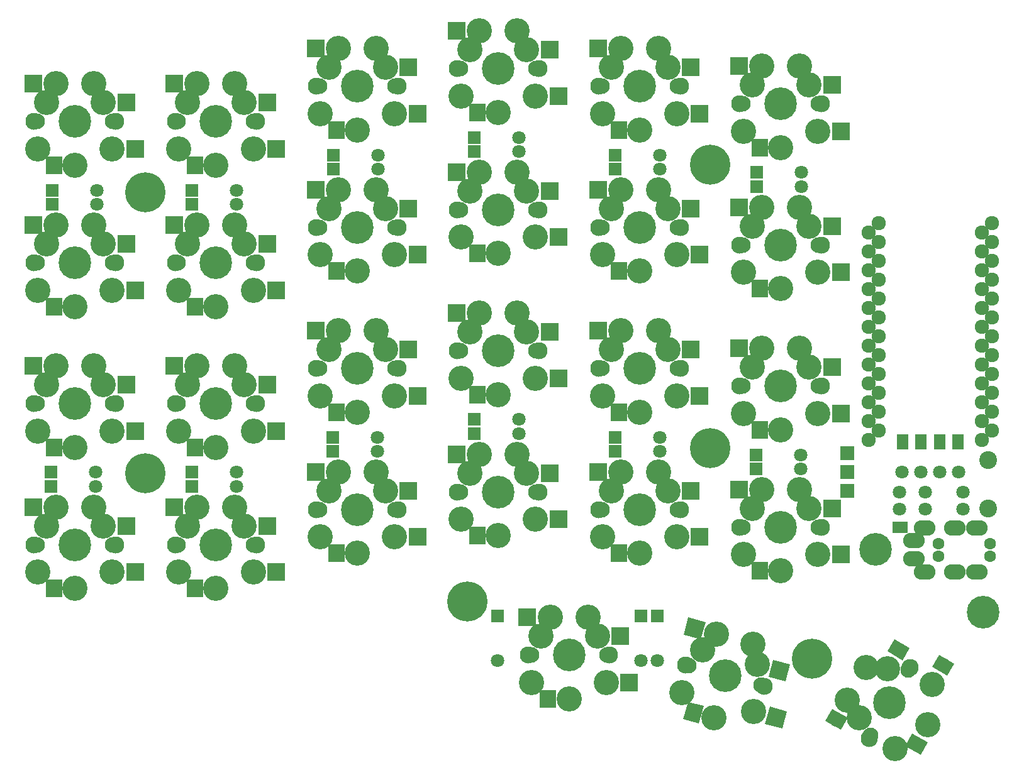
<source format=gts>
G04 #@! TF.GenerationSoftware,KiCad,Pcbnew,(5.1.0)-1*
G04 #@! TF.CreationDate,2019-05-05T14:00:57-05:00*
G04 #@! TF.ProjectId,corne-chocolate,636f726e-652d-4636-986f-636f6c617465,2.1*
G04 #@! TF.SameCoordinates,Original*
G04 #@! TF.FileFunction,Soldermask,Top*
G04 #@! TF.FilePolarity,Negative*
%FSLAX46Y46*%
G04 Gerber Fmt 4.6, Leading zero omitted, Abs format (unit mm)*
G04 Created by KiCad (PCBNEW (5.1.0)-1) date 2019-05-05 14:00:57*
%MOMM*%
%LPD*%
G04 APERTURE LIST*
%ADD10R,1.797000X1.797000*%
%ADD11C,1.797000*%
%ADD12C,4.400000*%
%ADD13R,0.800000X0.800000*%
%ADD14R,1.000000X1.543000*%
%ADD15C,3.400000*%
%ADD16C,2.100000*%
%ADD17C,2.300000*%
%ADD18C,0.500000*%
%ADD19C,1.900000*%
%ADD20C,0.100000*%
%ADD21R,2.400000X2.400000*%
%ADD22R,2.200000X2.400000*%
%ADD23C,2.400000*%
%ADD24C,2.200000*%
%ADD25C,5.400000*%
%ADD26C,1.600000*%
%ADD27O,2.900000X2.100000*%
%ADD28C,1.924000*%
%ADD29R,1.543000X1.035000*%
%ADD30R,1.924000X1.924000*%
G04 APERTURE END LIST*
D10*
X66938900Y-67411600D03*
D11*
X72938900Y-67411600D03*
D10*
X123746000Y-98247200D03*
D11*
X129746000Y-98247200D03*
D10*
X148363600Y-124750000D03*
D11*
X148363600Y-130750000D03*
D10*
X161744400Y-64973200D03*
D11*
X167744400Y-64973200D03*
D10*
X142745200Y-62636400D03*
D11*
X148745200Y-62636400D03*
D10*
X123746000Y-60248800D03*
D11*
X129746000Y-60248800D03*
D10*
X104797600Y-62636400D03*
D11*
X110797600Y-62636400D03*
D10*
X85773000Y-67360800D03*
D11*
X91773000Y-67360800D03*
D10*
X142745200Y-64516000D03*
D11*
X148745200Y-64516000D03*
D10*
X66926200Y-69265800D03*
D11*
X72926200Y-69265800D03*
D10*
X85773000Y-69227700D03*
D11*
X91773000Y-69227700D03*
D10*
X104800400Y-64516000D03*
D11*
X110800400Y-64516000D03*
D10*
X123746000Y-62128400D03*
D11*
X129746000Y-62128400D03*
D10*
X161744400Y-66852800D03*
D11*
X167744400Y-66852800D03*
D10*
X66745600Y-105359200D03*
D11*
X72745600Y-105359200D03*
D10*
X85747600Y-105359200D03*
D11*
X91747600Y-105359200D03*
D10*
X104696000Y-100634800D03*
D11*
X110696000Y-100634800D03*
D10*
X142694400Y-100634800D03*
D11*
X148694400Y-100634800D03*
D10*
X161693600Y-103022400D03*
D11*
X167693600Y-103022400D03*
D10*
X66748400Y-107238800D03*
D11*
X72748400Y-107238800D03*
D10*
X85747600Y-107238800D03*
D11*
X91747600Y-107238800D03*
D10*
X104696000Y-102514400D03*
D11*
X110696000Y-102514400D03*
D10*
X123746000Y-100126800D03*
D11*
X129746000Y-100126800D03*
D10*
X161693600Y-104902000D03*
D11*
X167693600Y-104902000D03*
D10*
X126898400Y-124708400D03*
D11*
X126898400Y-130708400D03*
D10*
X146151600Y-124750000D03*
D11*
X146151600Y-130750000D03*
D10*
X142694400Y-102514400D03*
D11*
X148694400Y-102514400D03*
D12*
X192250000Y-124250000D03*
X177750000Y-115750000D03*
D13*
X181100000Y-112800000D03*
D14*
X180600000Y-112800000D03*
X181600000Y-112800000D03*
D15*
X175562195Y-138465657D03*
D16*
X177126900Y-140835509D03*
X182206900Y-132036691D03*
D17*
X182416900Y-131672960D03*
X176916900Y-141199240D03*
D12*
X179666900Y-136436100D03*
D15*
X176537491Y-131696395D03*
D18*
X175520054Y-138458647D03*
D15*
X184776450Y-139386100D03*
X180371194Y-142616227D03*
D19*
X186871194Y-131357897D03*
D20*
G36*
X186306964Y-129935173D02*
G01*
X188385424Y-131135173D01*
X187435424Y-132780621D01*
X185356964Y-131580621D01*
X186306964Y-129935173D01*
X186306964Y-129935173D01*
G37*
D19*
X183276450Y-141984176D03*
D20*
G36*
X182712220Y-140561452D02*
G01*
X184790680Y-141761452D01*
X183840680Y-143406900D01*
X181762220Y-142206900D01*
X182712220Y-140561452D01*
X182712220Y-140561452D01*
G37*
D15*
X185371194Y-133955973D03*
D18*
X179345054Y-131833553D03*
D19*
X180867195Y-129277127D03*
D20*
G36*
X180302965Y-127854403D02*
G01*
X182381425Y-129054403D01*
X181431425Y-130699851D01*
X179352965Y-129499851D01*
X180302965Y-127854403D01*
X180302965Y-127854403D01*
G37*
D15*
X173997491Y-136095805D03*
X179372195Y-131866543D03*
D19*
X172517491Y-138659240D03*
D20*
G36*
X171953261Y-137236516D02*
G01*
X174031721Y-138436516D01*
X173081721Y-140081964D01*
X171003261Y-138881964D01*
X171953261Y-137236516D01*
X171953261Y-137236516D01*
G37*
D15*
X179372195Y-131866543D03*
X142190000Y-69835000D03*
D16*
X140920000Y-72375000D03*
X151080000Y-72375000D03*
D17*
X151500000Y-72375000D03*
X140500000Y-72375000D03*
D12*
X146000000Y-72375000D03*
D15*
X148540000Y-67295000D03*
X146000000Y-78275000D03*
X141000000Y-76075000D03*
D21*
X154100000Y-76075000D03*
D22*
X143200000Y-78275000D03*
D15*
X151000000Y-76075000D03*
D21*
X152900000Y-69835000D03*
D15*
X143460000Y-67295000D03*
X149810000Y-69835000D03*
D21*
X140400000Y-67295000D03*
D15*
X123190000Y-67460000D03*
D16*
X121920000Y-70000000D03*
X132080000Y-70000000D03*
D17*
X132500000Y-70000000D03*
X121500000Y-70000000D03*
D12*
X127000000Y-70000000D03*
D15*
X129540000Y-64920000D03*
X127000000Y-75900000D03*
X122000000Y-73700000D03*
D21*
X135100000Y-73700000D03*
D22*
X124200000Y-75900000D03*
D15*
X132000000Y-73700000D03*
D21*
X133900000Y-67460000D03*
D15*
X124460000Y-64920000D03*
X130810000Y-67460000D03*
D21*
X121400000Y-64920000D03*
D15*
X161190000Y-53210000D03*
D16*
X159920000Y-55750000D03*
X170080000Y-55750000D03*
D17*
X170500000Y-55750000D03*
X159500000Y-55750000D03*
D12*
X165000000Y-55750000D03*
D15*
X167540000Y-50670000D03*
X165000000Y-61650000D03*
X160000000Y-59450000D03*
D21*
X173100000Y-59450000D03*
D22*
X162200000Y-61650000D03*
D15*
X170000000Y-59450000D03*
D21*
X171900000Y-53210000D03*
D15*
X162460000Y-50670000D03*
X168810000Y-53210000D03*
D21*
X159400000Y-50670000D03*
D15*
X142190000Y-50835000D03*
D16*
X140920000Y-53375000D03*
X151080000Y-53375000D03*
D17*
X151500000Y-53375000D03*
X140500000Y-53375000D03*
D12*
X146000000Y-53375000D03*
D15*
X148540000Y-48295000D03*
X146000000Y-59275000D03*
X141000000Y-57075000D03*
D21*
X154100000Y-57075000D03*
D22*
X143200000Y-59275000D03*
D15*
X151000000Y-57075000D03*
D21*
X152900000Y-50835000D03*
D15*
X143460000Y-48295000D03*
X149810000Y-50835000D03*
D21*
X140400000Y-48295000D03*
D15*
X123190000Y-48460000D03*
D16*
X121920000Y-51000000D03*
X132080000Y-51000000D03*
D17*
X132500000Y-51000000D03*
X121500000Y-51000000D03*
D12*
X127000000Y-51000000D03*
D15*
X129540000Y-45920000D03*
X127000000Y-56900000D03*
X122000000Y-54700000D03*
D21*
X135100000Y-54700000D03*
D22*
X124200000Y-56900000D03*
D15*
X132000000Y-54700000D03*
D21*
X133900000Y-48460000D03*
D15*
X124460000Y-45920000D03*
X130810000Y-48460000D03*
D21*
X121400000Y-45920000D03*
D15*
X104190000Y-50835000D03*
D16*
X102920000Y-53375000D03*
X113080000Y-53375000D03*
D17*
X113500000Y-53375000D03*
X102500000Y-53375000D03*
D12*
X108000000Y-53375000D03*
D15*
X110540000Y-48295000D03*
X108000000Y-59275000D03*
X103000000Y-57075000D03*
D21*
X116100000Y-57075000D03*
D22*
X105200000Y-59275000D03*
D15*
X113000000Y-57075000D03*
D21*
X114900000Y-50835000D03*
D15*
X105460000Y-48295000D03*
X111810000Y-50835000D03*
D21*
X102400000Y-48295000D03*
D15*
X85190000Y-55585000D03*
D16*
X83920000Y-58125000D03*
X94080000Y-58125000D03*
D17*
X94500000Y-58125000D03*
X83500000Y-58125000D03*
D12*
X89000000Y-58125000D03*
D15*
X91540000Y-53045000D03*
X89000000Y-64025000D03*
X84000000Y-61825000D03*
D21*
X97100000Y-61825000D03*
D22*
X86200000Y-64025000D03*
D15*
X94000000Y-61825000D03*
D21*
X95900000Y-55585000D03*
D15*
X86460000Y-53045000D03*
X92810000Y-55585000D03*
D21*
X83400000Y-53045000D03*
D15*
X66190000Y-55585000D03*
D16*
X64920000Y-58125000D03*
X75080000Y-58125000D03*
D17*
X75500000Y-58125000D03*
X64500000Y-58125000D03*
D12*
X70000000Y-58125000D03*
D15*
X72540000Y-53045000D03*
X70000000Y-64025000D03*
X65000000Y-61825000D03*
D21*
X78100000Y-61825000D03*
D22*
X67200000Y-64025000D03*
D15*
X75000000Y-61825000D03*
D21*
X76900000Y-55585000D03*
D15*
X67460000Y-53045000D03*
X73810000Y-55585000D03*
D21*
X64400000Y-53045000D03*
D15*
X66190000Y-74585000D03*
D16*
X64920000Y-77125000D03*
X75080000Y-77125000D03*
D17*
X75500000Y-77125000D03*
X64500000Y-77125000D03*
D12*
X70000000Y-77125000D03*
D15*
X72540000Y-72045000D03*
X70000000Y-83025000D03*
X65000000Y-80825000D03*
D21*
X78100000Y-80825000D03*
D22*
X67200000Y-83025000D03*
D15*
X75000000Y-80825000D03*
D21*
X76900000Y-74585000D03*
D15*
X67460000Y-72045000D03*
X73810000Y-74585000D03*
D21*
X64400000Y-72045000D03*
D15*
X154477223Y-129310448D03*
D16*
X152593097Y-131435199D03*
X162406903Y-134064801D03*
D17*
X162812592Y-134173505D03*
X152187408Y-131326495D03*
D12*
X157500000Y-132750000D03*
D15*
X161268252Y-128500497D03*
X155972968Y-138448962D03*
X151712740Y-135029830D03*
D23*
X164366369Y-138420360D03*
D20*
G36*
X165836063Y-137571832D02*
G01*
X165214897Y-139890054D01*
X162896675Y-139268888D01*
X163517841Y-136950666D01*
X165836063Y-137571832D01*
X165836063Y-137571832D01*
G37*
D24*
X153268375Y-137724269D03*
D20*
G36*
X154641476Y-136849859D02*
G01*
X154020311Y-139168081D01*
X151895274Y-138598679D01*
X152516439Y-136280457D01*
X154641476Y-136849859D01*
X154641476Y-136849859D01*
G37*
D15*
X161371999Y-137618021D03*
D23*
X164822289Y-132082400D03*
D20*
G36*
X166291983Y-131233872D02*
G01*
X165670817Y-133552094D01*
X163352595Y-132930928D01*
X163973761Y-130612706D01*
X166291983Y-131233872D01*
X166291983Y-131233872D01*
G37*
D15*
X156361349Y-127185696D03*
X161837578Y-131282649D03*
D23*
X153405616Y-126393710D03*
D20*
G36*
X154875310Y-125545182D02*
G01*
X154254144Y-127863404D01*
X151935922Y-127242238D01*
X152557088Y-124924016D01*
X154875310Y-125545182D01*
X154875310Y-125545182D01*
G37*
D15*
X142190000Y-88835000D03*
D16*
X140920000Y-91375000D03*
X151080000Y-91375000D03*
D17*
X151500000Y-91375000D03*
X140500000Y-91375000D03*
D12*
X146000000Y-91375000D03*
D15*
X148540000Y-86295000D03*
X146000000Y-97275000D03*
X141000000Y-95075000D03*
D21*
X154100000Y-95075000D03*
D22*
X143200000Y-97275000D03*
D15*
X151000000Y-95075000D03*
D21*
X152900000Y-88835000D03*
D15*
X143460000Y-86295000D03*
X149810000Y-88835000D03*
D21*
X140400000Y-86295000D03*
D15*
X161190000Y-110210000D03*
D16*
X159920000Y-112750000D03*
X170080000Y-112750000D03*
D17*
X170500000Y-112750000D03*
X159500000Y-112750000D03*
D12*
X165000000Y-112750000D03*
D15*
X167540000Y-107670000D03*
X165000000Y-118650000D03*
X160000000Y-116450000D03*
D21*
X173100000Y-116450000D03*
D22*
X162200000Y-118650000D03*
D15*
X170000000Y-116450000D03*
D21*
X171900000Y-110210000D03*
D15*
X162460000Y-107670000D03*
X168810000Y-110210000D03*
D21*
X159400000Y-107670000D03*
D15*
X161190000Y-91210000D03*
D16*
X159920000Y-93750000D03*
X170080000Y-93750000D03*
D17*
X170500000Y-93750000D03*
X159500000Y-93750000D03*
D12*
X165000000Y-93750000D03*
D15*
X167540000Y-88670000D03*
X165000000Y-99650000D03*
X160000000Y-97450000D03*
D21*
X173100000Y-97450000D03*
D22*
X162200000Y-99650000D03*
D15*
X170000000Y-97450000D03*
D21*
X171900000Y-91210000D03*
D15*
X162460000Y-88670000D03*
X168810000Y-91210000D03*
D21*
X159400000Y-88670000D03*
D15*
X161190000Y-72210000D03*
D16*
X159920000Y-74750000D03*
X170080000Y-74750000D03*
D17*
X170500000Y-74750000D03*
X159500000Y-74750000D03*
D12*
X165000000Y-74750000D03*
D15*
X167540000Y-69670000D03*
X165000000Y-80650000D03*
X160000000Y-78450000D03*
D21*
X173100000Y-78450000D03*
D22*
X162200000Y-80650000D03*
D15*
X170000000Y-78450000D03*
D21*
X171900000Y-72210000D03*
D15*
X162460000Y-69670000D03*
X168810000Y-72210000D03*
D21*
X159400000Y-69670000D03*
D15*
X104190000Y-107835000D03*
D16*
X102920000Y-110375000D03*
X113080000Y-110375000D03*
D17*
X113500000Y-110375000D03*
X102500000Y-110375000D03*
D12*
X108000000Y-110375000D03*
D15*
X110540000Y-105295000D03*
X108000000Y-116275000D03*
X103000000Y-114075000D03*
D21*
X116100000Y-114075000D03*
D22*
X105200000Y-116275000D03*
D15*
X113000000Y-114075000D03*
D21*
X114900000Y-107835000D03*
D15*
X105460000Y-105295000D03*
X111810000Y-107835000D03*
D21*
X102400000Y-105295000D03*
D15*
X123190000Y-86460000D03*
D16*
X121920000Y-89000000D03*
X132080000Y-89000000D03*
D17*
X132500000Y-89000000D03*
X121500000Y-89000000D03*
D12*
X127000000Y-89000000D03*
D15*
X129540000Y-83920000D03*
X127000000Y-94900000D03*
X122000000Y-92700000D03*
D21*
X135100000Y-92700000D03*
D22*
X124200000Y-94900000D03*
D15*
X132000000Y-92700000D03*
D21*
X133900000Y-86460000D03*
D15*
X124460000Y-83920000D03*
X130810000Y-86460000D03*
D21*
X121400000Y-83920000D03*
D15*
X104190000Y-69835000D03*
D16*
X102920000Y-72375000D03*
X113080000Y-72375000D03*
D17*
X113500000Y-72375000D03*
X102500000Y-72375000D03*
D12*
X108000000Y-72375000D03*
D15*
X110540000Y-67295000D03*
X108000000Y-78275000D03*
X103000000Y-76075000D03*
D21*
X116100000Y-76075000D03*
D22*
X105200000Y-78275000D03*
D15*
X113000000Y-76075000D03*
D21*
X114900000Y-69835000D03*
D15*
X105460000Y-67295000D03*
X111810000Y-69835000D03*
D21*
X102400000Y-67295000D03*
D15*
X85190000Y-112585000D03*
D16*
X83920000Y-115125000D03*
X94080000Y-115125000D03*
D17*
X94500000Y-115125000D03*
X83500000Y-115125000D03*
D12*
X89000000Y-115125000D03*
D15*
X91540000Y-110045000D03*
X89000000Y-121025000D03*
X84000000Y-118825000D03*
D21*
X97100000Y-118825000D03*
D22*
X86200000Y-121025000D03*
D15*
X94000000Y-118825000D03*
D21*
X95900000Y-112585000D03*
D15*
X86460000Y-110045000D03*
X92810000Y-112585000D03*
D21*
X83400000Y-110045000D03*
D15*
X85190000Y-74585000D03*
D16*
X83920000Y-77125000D03*
X94080000Y-77125000D03*
D17*
X94500000Y-77125000D03*
X83500000Y-77125000D03*
D12*
X89000000Y-77125000D03*
D15*
X91540000Y-72045000D03*
X89000000Y-83025000D03*
X84000000Y-80825000D03*
D21*
X97100000Y-80825000D03*
D22*
X86200000Y-83025000D03*
D15*
X94000000Y-80825000D03*
D21*
X95900000Y-74585000D03*
D15*
X86460000Y-72045000D03*
X92810000Y-74585000D03*
D21*
X83400000Y-72045000D03*
D15*
X142190000Y-107835000D03*
D16*
X140920000Y-110375000D03*
X151080000Y-110375000D03*
D17*
X151500000Y-110375000D03*
X140500000Y-110375000D03*
D12*
X146000000Y-110375000D03*
D15*
X148540000Y-105295000D03*
X146000000Y-116275000D03*
X141000000Y-114075000D03*
D21*
X154100000Y-114075000D03*
D22*
X143200000Y-116275000D03*
D15*
X151000000Y-114075000D03*
D21*
X152900000Y-107835000D03*
D15*
X143460000Y-105295000D03*
X149810000Y-107835000D03*
D21*
X140400000Y-105295000D03*
D15*
X123190000Y-105460000D03*
D16*
X121920000Y-108000000D03*
X132080000Y-108000000D03*
D17*
X132500000Y-108000000D03*
X121500000Y-108000000D03*
D12*
X127000000Y-108000000D03*
D15*
X129540000Y-102920000D03*
X127000000Y-113900000D03*
X122000000Y-111700000D03*
D21*
X135100000Y-111700000D03*
D22*
X124200000Y-113900000D03*
D15*
X132000000Y-111700000D03*
D21*
X133900000Y-105460000D03*
D15*
X124460000Y-102920000D03*
X130810000Y-105460000D03*
D21*
X121400000Y-102920000D03*
D15*
X132690000Y-127460000D03*
D16*
X131420000Y-130000000D03*
X141580000Y-130000000D03*
D17*
X142000000Y-130000000D03*
X131000000Y-130000000D03*
D12*
X136500000Y-130000000D03*
D15*
X139040000Y-124920000D03*
X136500000Y-135900000D03*
X131500000Y-133700000D03*
D21*
X144600000Y-133700000D03*
D22*
X133700000Y-135900000D03*
D15*
X141500000Y-133700000D03*
D21*
X143400000Y-127460000D03*
D15*
X133960000Y-124920000D03*
X140310000Y-127460000D03*
D21*
X130900000Y-124920000D03*
D15*
X66190000Y-112585000D03*
D16*
X64920000Y-115125000D03*
X75080000Y-115125000D03*
D17*
X75500000Y-115125000D03*
X64500000Y-115125000D03*
D12*
X70000000Y-115125000D03*
D15*
X72540000Y-110045000D03*
X70000000Y-121025000D03*
X65000000Y-118825000D03*
D21*
X78100000Y-118825000D03*
D22*
X67200000Y-121025000D03*
D15*
X75000000Y-118825000D03*
D21*
X76900000Y-112585000D03*
D15*
X67460000Y-110045000D03*
X73810000Y-112585000D03*
D21*
X64400000Y-110045000D03*
D15*
X104190000Y-88835000D03*
D16*
X102920000Y-91375000D03*
X113080000Y-91375000D03*
D17*
X113500000Y-91375000D03*
X102500000Y-91375000D03*
D12*
X108000000Y-91375000D03*
D15*
X110540000Y-86295000D03*
X108000000Y-97275000D03*
X103000000Y-95075000D03*
D21*
X116100000Y-95075000D03*
D22*
X105200000Y-97275000D03*
D15*
X113000000Y-95075000D03*
D21*
X114900000Y-88835000D03*
D15*
X105460000Y-86295000D03*
X111810000Y-88835000D03*
D21*
X102400000Y-86295000D03*
D15*
X85190000Y-93585000D03*
D16*
X83920000Y-96125000D03*
X94080000Y-96125000D03*
D17*
X94500000Y-96125000D03*
X83500000Y-96125000D03*
D12*
X89000000Y-96125000D03*
D15*
X91540000Y-91045000D03*
X89000000Y-102025000D03*
X84000000Y-99825000D03*
D21*
X97100000Y-99825000D03*
D22*
X86200000Y-102025000D03*
D15*
X94000000Y-99825000D03*
D21*
X95900000Y-93585000D03*
D15*
X86460000Y-91045000D03*
X92810000Y-93585000D03*
D21*
X83400000Y-91045000D03*
D15*
X66190000Y-93585000D03*
D16*
X64920000Y-96125000D03*
X75080000Y-96125000D03*
D17*
X75500000Y-96125000D03*
X64500000Y-96125000D03*
D12*
X70000000Y-96125000D03*
D15*
X72540000Y-91045000D03*
X70000000Y-102025000D03*
X65000000Y-99825000D03*
D21*
X78100000Y-99825000D03*
D22*
X67200000Y-102025000D03*
D15*
X75000000Y-99825000D03*
D21*
X76900000Y-93585000D03*
D15*
X67460000Y-91045000D03*
X73810000Y-93585000D03*
D21*
X64400000Y-91045000D03*
D25*
X155500000Y-102108000D03*
X155500000Y-63892000D03*
X79500000Y-67642000D03*
D26*
X186200000Y-114950000D03*
X193200000Y-114950000D03*
D27*
X184400000Y-112850000D03*
X182900000Y-117050000D03*
X191400000Y-112850000D03*
X188400000Y-112850000D03*
D26*
X193200000Y-116700000D03*
X186200000Y-116700000D03*
D27*
X191400000Y-118800000D03*
X188400000Y-118800000D03*
X184400000Y-118800000D03*
X182900000Y-114600000D03*
D28*
X192100000Y-73042000D03*
X192100000Y-75582000D03*
X192100000Y-78122000D03*
X192100000Y-80662000D03*
X192100000Y-83202000D03*
X192100000Y-85742000D03*
X192100000Y-88282000D03*
X192100000Y-90822000D03*
X192100000Y-93362000D03*
X192100000Y-95902000D03*
X192100000Y-98442000D03*
X192100000Y-100982000D03*
X176860000Y-100982000D03*
X176860000Y-98442000D03*
X176860000Y-95902000D03*
X176860000Y-93362000D03*
X176860000Y-90822000D03*
X176860000Y-88282000D03*
X176860000Y-85742000D03*
X176860000Y-83202000D03*
X176860000Y-80662000D03*
X176860000Y-78122000D03*
X176860000Y-75582000D03*
X176860000Y-73042000D03*
X193406400Y-71772000D03*
X193406400Y-74312000D03*
X193406400Y-76852000D03*
X193406400Y-79392000D03*
X193406400Y-81932000D03*
X193406400Y-84472000D03*
X193406400Y-87012000D03*
X193406400Y-89552000D03*
X193406400Y-92092000D03*
X193406400Y-94632000D03*
X193406400Y-97172000D03*
X193406400Y-99712000D03*
X178186400Y-99712000D03*
X178186400Y-97172000D03*
X178186400Y-94632000D03*
X178186400Y-92092000D03*
X178186400Y-89552000D03*
X178186400Y-87012000D03*
X178186400Y-84472000D03*
X178186400Y-81932000D03*
X178186400Y-79392000D03*
X178186400Y-76852000D03*
X178186400Y-74312000D03*
X178186400Y-71772000D03*
D11*
X189540000Y-108000000D03*
X184460000Y-108000000D03*
X189540000Y-110300000D03*
X184460000Y-110300000D03*
D29*
X188875000Y-100749620D03*
X188875000Y-101750380D03*
X186375000Y-100749620D03*
X186375000Y-101750380D03*
X183875000Y-100749620D03*
X183875000Y-101750380D03*
X181375000Y-100749620D03*
X181375000Y-101750380D03*
D30*
X174000000Y-102820000D03*
X174000000Y-105360000D03*
X174000000Y-107900000D03*
D11*
X181300000Y-105300000D03*
X183840000Y-105300000D03*
X186380000Y-105300000D03*
X188920000Y-105300000D03*
D25*
X79500000Y-105500000D03*
X122850000Y-122750000D03*
X169250000Y-130500000D03*
D11*
X181000000Y-108000000D03*
X181000000Y-110300000D03*
D23*
X192900000Y-103750000D03*
X192900000Y-110250000D03*
M02*

</source>
